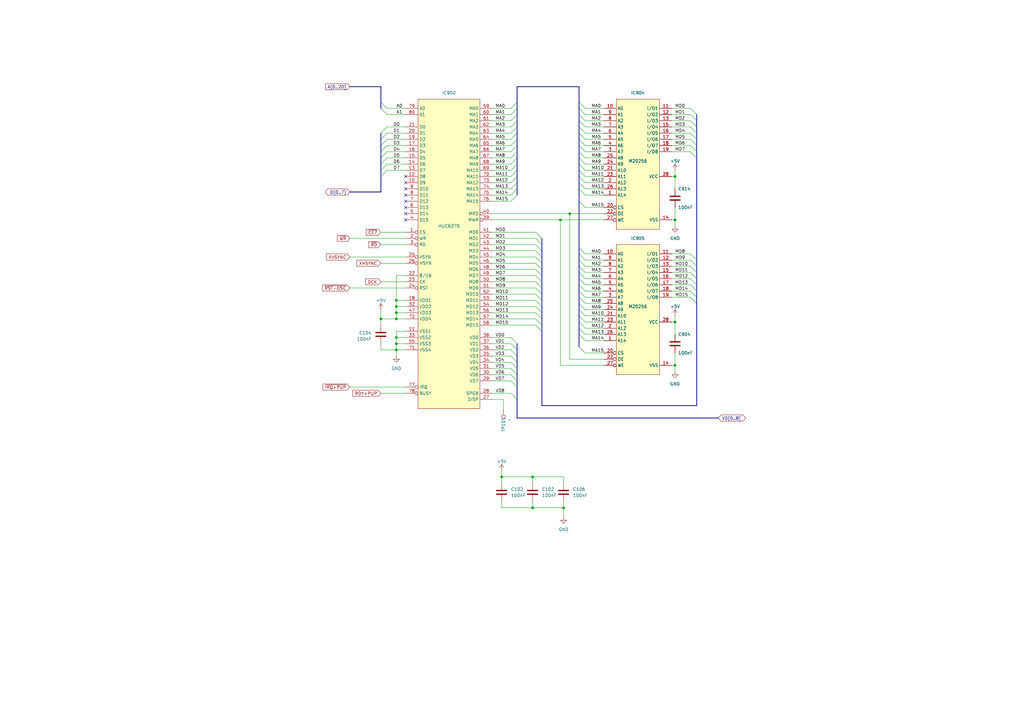
<source format=kicad_sch>
(kicad_sch (version 20230121) (generator eeschema)
  (paper "A3")
  (title_block (title "PC Engine Duo Video Display Controller and VRAM") (date "2023-11-10") (rev "1.3.1") (company "By Cosam") (comment 1 "https://github.com/Board-Folk/PC-Engine-Duo") (comment 2 "For contributions or corrections please visit:") (comment 3 "Additional parts reverse engineered from original PWA-3285-A 72932851 board.") (comment 4 "Parts common to PC Engine adapted from TurboGrafx-16 schematics."))
  (lib_symbols
    (symbol "Connector:TestPoint" (pin_numbers hide) (pin_names (offset 0.762) hide)
      (property "Reference" "TP" (at 0 6.858 0))
      (property "Value" "TestPoint" (at 0 5.08 0))
      (symbol "TestPoint_0_1"
        (circle (center 0 3.302) (radius 0.762))
      )
      (symbol "TestPoint_1_1"
        (pin passive line (at 0 0 90) (length 2.54) (name "1") (number "1"))
      )
    )
    (symbol "Device:C" (pin_numbers hide) (pin_names (offset 0.254))
      (property "Reference" "C" (at 0.635 2.54 0))
      (property "Value" "C" (at 0.635 -2.54 0))
      (symbol "C_0_1"
        (polyline (pts (xy -2.032 -0.762) (xy 2.032 -0.762)) (stroke (width 0.508)))
        (polyline (pts (xy -2.032 0.762) (xy 2.032 0.762)) (stroke (width 0.508)))
      )
      (symbol "C_1_1"
        (pin passive line (at 0 3.81 270) (length 2.794) (name "~") (number "1"))
        (pin passive line (at 0 -3.81 90) (length 2.794) (name "~") (number "2"))
      )
    )
    (symbol "PC-Engine:Hu6270"
      (property "Reference" "IC" (at 0 62.23 0))
      (symbol "Hu6270_1_1"
        (rectangle (start -12.7 59.69) (end 12.7 -67.31) (fill (type background)))
        (pin input inverted (at -17.78 5.08 0) (length 5.08) (name "CS") (number "1"))
        (pin bidirectional line (at -17.78 25.4 0) (length 5.08) (name "D9") (number "10"))
        (pin input line (at -17.78 -35.56 0) (length 5.08) (name "VSS1") (number "11"))
        (pin bidirectional line (at -17.78 27.94 0) (length 5.08) (name "D8") (number "12"))
        (pin bidirectional line (at -17.78 30.48 0) (length 5.08) (name "D7") (number "13"))
        (pin bidirectional line (at -17.78 33.02 0) (length 5.08) (name "D6") (number "14"))
        (pin bidirectional line (at -17.78 35.56 0) (length 5.08) (name "D5") (number "15"))
        (pin bidirectional line (at -17.78 38.1 0) (length 5.08) (name "D4") (number "16"))
        (pin bidirectional line (at -17.78 40.64 0) (length 5.08) (name "D3") (number "17"))
        (pin power_in line (at -17.78 -22.86 0) (length 5.08) (name "VDD1") (number "18"))
        (pin bidirectional line (at -17.78 43.18 0) (length 5.08) (name "D2") (number "19"))
        (pin input inverted (at -17.78 2.54 0) (length 5.08) (name "WR") (number "2"))
        (pin bidirectional line (at -17.78 45.72 0) (length 5.08) (name "D1") (number "20"))
        (pin bidirectional line (at -17.78 48.26 0) (length 5.08) (name "D0") (number "21"))
        (pin input line (at -17.78 -12.7 0) (length 5.08) (name "8/16") (number "22"))
        (pin input line (at -17.78 -15.24 0) (length 5.08) (name "CK") (number "23"))
        (pin input inverted (at -17.78 -17.78 0) (length 5.08) (name "RST") (number "24"))
        (pin input inverted (at -17.78 -5.08 0) (length 5.08) (name "VSYN") (number "25"))
        (pin input inverted (at -17.78 -7.62 0) (length 5.08) (name "HSYN") (number "26"))
        (pin output line (at 17.78 -63.5 180) (length 5.08) (name "DISP") (number "27"))
        (pin output line (at 17.78 -60.96 180) (length 5.08) (name "SPGB") (number "28"))
        (pin bidirectional line (at 17.78 -55.88 180) (length 5.08) (name "VD7") (number "29"))
        (pin input inverted (at -17.78 0 0) (length 5.08) (name "RD") (number "3"))
        (pin bidirectional line (at 17.78 -53.34 180) (length 5.08) (name "VD6") (number "30"))
        (pin bidirectional line (at 17.78 -50.8 180) (length 5.08) (name "VD5") (number "31"))
        (pin power_in line (at -17.78 -25.4 0) (length 5.08) (name "VDD2") (number "32"))
        (pin input line (at -17.78 -38.1 0) (length 5.08) (name "VSS2") (number "33"))
        (pin bidirectional line (at 17.78 -48.26 180) (length 5.08) (name "VD4") (number "34"))
        (pin bidirectional line (at 17.78 -45.72 180) (length 5.08) (name "VD3") (number "35"))
        (pin bidirectional line (at 17.78 -43.18 180) (length 5.08) (name "VD2") (number "36"))
        (pin bidirectional line (at 17.78 -40.64 180) (length 5.08) (name "VD1") (number "37"))
        (pin bidirectional line (at 17.78 -38.1 180) (length 5.08) (name "VD0") (number "38"))
        (pin output inverted (at 17.78 10.16 180) (length 5.08) (name "MWR") (number "39"))
        (pin bidirectional line (at -17.78 10.16 0) (length 5.08) (name "D15") (number "4"))
        (pin output inverted (at 17.78 12.7 180) (length 5.08) (name "MRD") (number "40"))
        (pin bidirectional line (at 17.78 5.08 180) (length 5.08) (name "MD0") (number "41"))
        (pin bidirectional line (at 17.78 2.54 180) (length 5.08) (name "MD1") (number "42"))
        (pin bidirectional line (at 17.78 0 180) (length 5.08) (name "MD2") (number "43"))
        (pin bidirectional line (at 17.78 -2.54 180) (length 5.08) (name "MD3") (number "44"))
        (pin bidirectional line (at 17.78 -5.08 180) (length 5.08) (name "MD4") (number "45"))
        (pin bidirectional line (at 17.78 -7.62 180) (length 5.08) (name "MD5") (number "46"))
        (pin power_in line (at -17.78 -27.94 0) (length 5.08) (name "VDD3") (number "47"))
        (pin bidirectional line (at 17.78 -10.16 180) (length 5.08) (name "MD6") (number "48"))
        (pin bidirectional line (at 17.78 -12.7 180) (length 5.08) (name "MD7") (number "49"))
        (pin bidirectional line (at -17.78 12.7 0) (length 5.08) (name "D14") (number "5"))
        (pin bidirectional line (at 17.78 -15.24 180) (length 5.08) (name "MD8") (number "50"))
        (pin bidirectional line (at 17.78 -17.78 180) (length 5.08) (name "MD9") (number "51"))
        (pin bidirectional line (at 17.78 -20.32 180) (length 5.08) (name "MD10") (number "52"))
        (pin bidirectional line (at 17.78 -22.86 180) (length 5.08) (name "MD11") (number "53"))
        (pin bidirectional line (at 17.78 -25.4 180) (length 5.08) (name "MD12") (number "54"))
        (pin input line (at -17.78 -40.64 0) (length 5.08) (name "VSS3") (number "55"))
        (pin bidirectional line (at 17.78 -27.94 180) (length 5.08) (name "MD13") (number "56"))
        (pin bidirectional line (at 17.78 -30.48 180) (length 5.08) (name "MD14") (number "57"))
        (pin bidirectional line (at 17.78 -33.02 180) (length 5.08) (name "MD15") (number "58"))
        (pin output line (at 17.78 55.88 180) (length 5.08) (name "MA0") (number "59"))
        (pin bidirectional line (at -17.78 15.24 0) (length 5.08) (name "D13") (number "6"))
        (pin output line (at 17.78 53.34 180) (length 5.08) (name "MA1") (number "60"))
        (pin output line (at 17.78 50.8 180) (length 5.08) (name "MA2") (number "61"))
        (pin output line (at 17.78 48.26 180) (length 5.08) (name "MA3") (number "62"))
        (pin output line (at 17.78 45.72 180) (length 5.08) (name "MA4") (number "63"))
        (pin output line (at 17.78 43.18 180) (length 5.08) (name "MA5") (number "64"))
        (pin output line (at 17.78 40.64 180) (length 5.08) (name "MA6") (number "65"))
        (pin output line (at 17.78 38.1 180) (length 5.08) (name "MA7") (number "66"))
        (pin output line (at 17.78 35.56 180) (length 5.08) (name "MA8") (number "67"))
        (pin output line (at 17.78 33.02 180) (length 5.08) (name "MA9") (number "68"))
        (pin output line (at 17.78 30.48 180) (length 5.08) (name "MA10") (number "69"))
        (pin bidirectional line (at -17.78 17.78 0) (length 5.08) (name "D12") (number "7"))
        (pin output line (at 17.78 27.94 180) (length 5.08) (name "MA11") (number "70"))
        (pin input line (at -17.78 -43.18 0) (length 5.08) (name "VSS4") (number "71"))
        (pin power_in line (at -17.78 -30.48 0) (length 5.08) (name "VDD4") (number "72"))
        (pin output line (at 17.78 25.4 180) (length 5.08) (name "MA12") (number "73"))
        (pin output line (at 17.78 22.86 180) (length 5.08) (name "MA13") (number "74"))
        (pin output line (at 17.78 20.32 180) (length 5.08) (name "MA14") (number "75"))
        (pin output line (at 17.78 17.78 180) (length 5.08) (name "MA15") (number "76"))
        (pin input inverted (at -17.78 -58.42 0) (length 5.08) (name "IRQ") (number "77"))
        (pin input inverted (at -17.78 -60.96 0) (length 5.08) (name "BUSY") (number "78"))
        (pin input line (at -17.78 55.88 0) (length 5.08) (name "A0") (number "79"))
        (pin bidirectional line (at -17.78 20.32 0) (length 5.08) (name "D11") (number "8"))
        (pin input line (at -17.78 53.34 0) (length 5.08) (name "A1") (number "80"))
        (pin bidirectional line (at -17.78 22.86 0) (length 5.08) (name "D10") (number "9"))
      )
    )
    (symbol "PC-Engine:M20256"
      (property "Reference" "IC" (at 0 0 0))
      (symbol "M20256_1_1"
        (rectangle (start -8.89 -2.54) (end 8.89 -55.88) (fill (type background)))
        (pin input line (at -13.97 -41.91 0) (length 5.08) (name "A14") (number "1"))
        (pin input line (at -13.97 -6.35 0) (length 5.08) (name "A0") (number "10"))
        (pin bidirectional line (at 13.97 -6.35 180) (length 5.08) (name "I/O1") (number "11"))
        (pin bidirectional line (at 13.97 -8.89 180) (length 5.08) (name "I/O2") (number "12"))
        (pin bidirectional line (at 13.97 -11.43 180) (length 5.08) (name "I/O3") (number "13"))
        (pin power_in line (at 13.97 -52.07 180) (length 5.08) (name "VSS") (number "14"))
        (pin bidirectional line (at 13.97 -13.97 180) (length 5.08) (name "I/O4") (number "15"))
        (pin bidirectional line (at 13.97 -16.51 180) (length 5.08) (name "I/O5") (number "16"))
        (pin bidirectional line (at 13.97 -19.05 180) (length 5.08) (name "I/O6") (number "17"))
        (pin bidirectional line (at 13.97 -21.59 180) (length 5.08) (name "I/O7") (number "18"))
        (pin bidirectional line (at 13.97 -24.13 180) (length 5.08) (name "I/O8") (number "19"))
        (pin input line (at -13.97 -36.83 0) (length 5.08) (name "A12") (number "2"))
        (pin input inverted (at -13.97 -46.99 0) (length 5.08) (name "CS") (number "20"))
        (pin input line (at -13.97 -31.75 0) (length 5.08) (name "A10") (number "21"))
        (pin input inverted (at -13.97 -49.53 0) (length 5.08) (name "OE") (number "22"))
        (pin input line (at -13.97 -34.29 0) (length 5.08) (name "A11") (number "23"))
        (pin input line (at -13.97 -29.21 0) (length 5.08) (name "A9") (number "24"))
        (pin input line (at -13.97 -26.67 0) (length 5.08) (name "A8") (number "25"))
        (pin input line (at -13.97 -39.37 0) (length 5.08) (name "A13") (number "26"))
        (pin input inverted (at -13.97 -52.07 0) (length 5.08) (name "WE") (number "27"))
        (pin power_in line (at 13.97 -34.29 180) (length 5.08) (name "VCC") (number "28"))
        (pin input line (at -13.97 -24.13 0) (length 5.08) (name "A7") (number "3"))
        (pin input line (at -13.97 -21.59 0) (length 5.08) (name "A6") (number "4"))
        (pin input line (at -13.97 -19.05 0) (length 5.08) (name "A5") (number "5"))
        (pin input line (at -13.97 -16.51 0) (length 5.08) (name "A4") (number "6"))
        (pin input line (at -13.97 -13.97 0) (length 5.08) (name "A3") (number "7"))
        (pin input line (at -13.97 -11.43 0) (length 5.08) (name "A2") (number "8"))
        (pin input line (at -13.97 -8.89 0) (length 5.08) (name "A1") (number "9"))
      )
    )
    (symbol "power:+5V" (power) (pin_names (offset 0))
      (property "Value" "+5V" (at 0 3.556 0))
      (symbol "+5V_0_1"
        (polyline (pts (xy -0.762 1.27) (xy 0 2.54)))
        (polyline (pts (xy 0 0) (xy 0 2.54)))
        (polyline (pts (xy 0 2.54) (xy 0.762 1.27)))
      )
      (symbol "+5V_1_1"
        (pin power_in line (at 0 0 90) (length 0) hide (name "+5V") (number "1"))
      )
    )
    (symbol "power:GND" (power) (pin_names (offset 0))
      (property "Value" "GND" (at 0 -3.81 0))
      (symbol "GND_0_1"
        (polyline (pts (xy 0 0) (xy 0 -1.27) (xy 1.27 -1.27) (xy 0 -2.54) (xy -1.27 -1.27) (xy 0 -1.27)))
      )
      (symbol "GND_1_1"
        (pin power_in line (at 0 0 270) (length 0) hide (name "GND") (number "1"))
      )
    )
  )
  (junction (at 218.44 195.58))
  (junction (at 162.56 140.97))
  (junction (at 218.44 208.28))
  (junction (at 229.87 90.17))
  (junction (at 276.86 90.17))
  (junction (at 276.86 149.86))
  (junction (at 162.56 128.27))
  (junction (at 162.56 143.51))
  (junction (at 162.56 123.19))
  (junction (at 156.21 130.81))
  (junction (at 162.56 130.81))
  (junction (at 276.86 72.39))
  (junction (at 233.68 87.63))
  (junction (at 231.14 208.28))
  (junction (at 205.74 195.58))
  (junction (at 162.56 125.73))
  (junction (at 276.86 132.08))
  (junction (at 162.56 138.43))
  (no_connect (at 166.37 82.55))
  (no_connect (at 166.37 74.93))
  (no_connect (at 166.37 87.63))
  (no_connect (at 166.37 80.01))
  (no_connect (at 166.37 85.09))
  (no_connect (at 166.37 72.39))
  (no_connect (at 166.37 77.47))
  (no_connect (at 166.37 90.17))
  (bus_entry (at 209.55 151.13) (size 2.54 2.54))
  (bus_entry (at 209.55 44.45) (size 2.54 -2.54))
  (bus_entry (at 209.55 54.61) (size 2.54 -2.54))
  (bus_entry (at 283.21 116.84) (size 2.54 2.54))
  (bus_entry (at 209.55 77.47) (size 2.54 -2.54))
  (bus_entry (at 240.03 52.07) (size -2.54 -2.54))
  (bus_entry (at 209.55 153.67) (size 2.54 2.54))
  (bus_entry (at 240.03 46.99) (size -2.54 -2.54))
  (bus_entry (at 219.71 97.79) (size 2.54 2.54))
  (bus_entry (at 283.21 109.22) (size 2.54 2.54))
  (bus_entry (at 240.03 59.69) (size -2.54 -2.54))
  (bus_entry (at 283.21 62.23) (size 2.54 2.54))
  (bus_entry (at 240.03 72.39) (size -2.54 -2.54))
  (bus_entry (at 240.03 129.54) (size -2.54 -2.54))
  (bus_entry (at 158.75 59.69) (size -2.54 2.54))
  (bus_entry (at 158.75 52.07) (size -2.54 2.54))
  (bus_entry (at 219.71 128.27) (size 2.54 2.54))
  (bus_entry (at 240.03 67.31) (size -2.54 -2.54))
  (bus_entry (at 240.03 134.62) (size -2.54 -2.54))
  (bus_entry (at 219.71 115.57) (size 2.54 2.54))
  (bus_entry (at 240.03 49.53) (size -2.54 -2.54))
  (bus_entry (at 283.21 111.76) (size 2.54 2.54))
  (bus_entry (at 240.03 54.61) (size -2.54 -2.54))
  (bus_entry (at 240.03 109.22) (size -2.54 -2.54))
  (bus_entry (at 209.55 49.53) (size 2.54 -2.54))
  (bus_entry (at 158.75 54.61) (size -2.54 2.54))
  (bus_entry (at 240.03 137.16) (size -2.54 -2.54))
  (bus_entry (at 283.21 104.14) (size 2.54 2.54))
  (bus_entry (at 219.71 130.81) (size 2.54 2.54))
  (bus_entry (at 240.03 121.92) (size -2.54 -2.54))
  (bus_entry (at 209.55 62.23) (size 2.54 -2.54))
  (bus_entry (at 209.55 52.07) (size 2.54 -2.54))
  (bus_entry (at 283.21 54.61) (size 2.54 2.54))
  (bus_entry (at 240.03 119.38) (size -2.54 -2.54))
  (bus_entry (at 283.21 44.45) (size 2.54 2.54))
  (bus_entry (at 240.03 85.09) (size -2.54 -2.54))
  (bus_entry (at 158.75 62.23) (size -2.54 2.54))
  (bus_entry (at 158.75 69.85) (size -2.54 2.54))
  (bus_entry (at 209.55 72.39) (size 2.54 -2.54))
  (bus_entry (at 209.55 74.93) (size 2.54 -2.54))
  (bus_entry (at 219.71 125.73) (size 2.54 2.54))
  (bus_entry (at 240.03 74.93) (size -2.54 -2.54))
  (bus_entry (at 283.21 52.07) (size 2.54 2.54))
  (bus_entry (at 219.71 105.41) (size 2.54 2.54))
  (bus_entry (at 219.71 102.87) (size 2.54 2.54))
  (bus_entry (at 240.03 139.7) (size -2.54 -2.54))
  (bus_entry (at 240.03 132.08) (size -2.54 -2.54))
  (bus_entry (at 240.03 69.85) (size -2.54 -2.54))
  (bus_entry (at 283.21 57.15) (size 2.54 2.54))
  (bus_entry (at 209.55 161.29) (size 2.54 2.54))
  (bus_entry (at 158.75 67.31) (size -2.54 2.54))
  (bus_entry (at 219.71 133.35) (size 2.54 2.54))
  (bus_entry (at 209.55 140.97) (size 2.54 2.54))
  (bus_entry (at 209.55 148.59) (size 2.54 2.54))
  (bus_entry (at 209.55 46.99) (size 2.54 -2.54))
  (bus_entry (at 219.71 123.19) (size 2.54 2.54))
  (bus_entry (at 240.03 144.78) (size -2.54 -2.54))
  (bus_entry (at 240.03 57.15) (size -2.54 -2.54))
  (bus_entry (at 158.75 57.15) (size -2.54 2.54))
  (bus_entry (at 240.03 106.68) (size -2.54 -2.54))
  (bus_entry (at 209.55 69.85) (size 2.54 -2.54))
  (bus_entry (at 219.71 95.25) (size 2.54 2.54))
  (bus_entry (at 219.71 110.49) (size 2.54 2.54))
  (bus_entry (at 158.75 64.77) (size -2.54 2.54))
  (bus_entry (at 240.03 127) (size -2.54 -2.54))
  (bus_entry (at 283.21 59.69) (size 2.54 2.54))
  (bus_entry (at 209.55 59.69) (size 2.54 -2.54))
  (bus_entry (at 283.21 46.99) (size 2.54 2.54))
  (bus_entry (at 283.21 106.68) (size 2.54 2.54))
  (bus_entry (at 240.03 80.01) (size -2.54 -2.54))
  (bus_entry (at 240.03 77.47) (size -2.54 -2.54))
  (bus_entry (at 219.71 118.11) (size 2.54 2.54))
  (bus_entry (at 209.55 64.77) (size 2.54 -2.54))
  (bus_entry (at 219.71 113.03) (size 2.54 2.54))
  (bus_entry (at 209.55 67.31) (size 2.54 -2.54))
  (bus_entry (at 209.55 138.43) (size 2.54 2.54))
  (bus_entry (at 209.55 82.55) (size 2.54 -2.54))
  (bus_entry (at 240.03 104.14) (size -2.54 -2.54))
  (bus_entry (at 240.03 114.3) (size -2.54 -2.54))
  (bus_entry (at 283.21 49.53) (size 2.54 2.54))
  (bus_entry (at 240.03 62.23) (size -2.54 -2.54))
  (bus_entry (at 156.21 44.45) (size 2.54 2.54))
  (bus_entry (at 219.71 120.65) (size 2.54 2.54))
  (bus_entry (at 240.03 124.46) (size -2.54 -2.54))
  (bus_entry (at 240.03 44.45) (size -2.54 -2.54))
  (bus_entry (at 209.55 156.21) (size 2.54 2.54))
  (bus_entry (at 219.71 100.33) (size 2.54 2.54))
  (bus_entry (at 240.03 116.84) (size -2.54 -2.54))
  (bus_entry (at 209.55 143.51) (size 2.54 2.54))
  (bus_entry (at 209.55 57.15) (size 2.54 -2.54))
  (bus_entry (at 219.71 107.95) (size 2.54 2.54))
  (bus_entry (at 209.55 146.05) (size 2.54 2.54))
  (bus_entry (at 156.21 41.91) (size 2.54 2.54))
  (bus_entry (at 209.55 80.01) (size 2.54 -2.54))
  (bus_entry (at 240.03 111.76) (size -2.54 -2.54))
  (bus_entry (at 283.21 114.3) (size 2.54 2.54))
  (bus_entry (at 283.21 121.92) (size 2.54 2.54))
  (bus_entry (at 240.03 64.77) (size -2.54 -2.54))
  (bus_entry (at 283.21 119.38) (size 2.54 2.54))
  (bus (pts (xy 237.49 137.16) (xy 237.49 142.24)))
  (bus (pts (xy 156.21 59.69) (xy 156.21 62.23)))
  (bus (pts (xy 237.49 127) (xy 237.49 124.46)))
  (bus (pts (xy 156.21 69.85) (xy 156.21 72.39)))
  (wire (pts (xy 209.55 148.59) (xy 201.93 148.59)))
  (wire (pts (xy 283.21 62.23) (xy 275.59 62.23)))
  (wire (pts (xy 209.55 49.53) (xy 201.93 49.53)))
  (wire (pts (xy 247.65 127) (xy 240.03 127)))
  (wire (pts (xy 209.55 54.61) (xy 201.93 54.61)))
  (bus (pts (xy 237.49 64.77) (xy 237.49 62.23)))
  (wire (pts (xy 218.44 208.28) (xy 218.44 205.74)))
  (bus (pts (xy 156.21 35.56) (xy 156.21 41.91)))
  (wire (pts (xy 162.56 135.89) (xy 162.56 138.43)))
  (wire (pts (xy 162.56 113.03) (xy 166.37 113.03)))
  (wire (pts (xy 156.21 161.29) (xy 166.37 161.29)))
  (wire (pts (xy 247.65 111.76) (xy 240.03 111.76)))
  (bus (pts (xy 156.21 41.91) (xy 156.21 44.45)))
  (wire (pts (xy 219.71 97.79) (xy 201.93 97.79)))
  (wire (pts (xy 219.71 113.03) (xy 201.93 113.03)))
  (wire (pts (xy 162.56 140.97) (xy 166.37 140.97)))
  (wire (pts (xy 209.55 67.31) (xy 201.93 67.31)))
  (bus (pts (xy 156.21 54.61) (xy 156.21 57.15)))
  (bus (pts (xy 222.25 123.19) (xy 222.25 125.73)))
  (wire (pts (xy 247.65 44.45) (xy 240.03 44.45)))
  (bus (pts (xy 237.49 121.92) (xy 237.49 119.38)))
  (wire (pts (xy 209.55 143.51) (xy 201.93 143.51)))
  (wire (pts (xy 201.93 163.83) (xy 206.502 163.83)))
  (bus (pts (xy 237.49 114.3) (xy 237.49 111.76)))
  (wire (pts (xy 166.37 54.61) (xy 158.75 54.61)))
  (wire (pts (xy 283.21 109.22) (xy 275.59 109.22)))
  (bus (pts (xy 222.25 100.33) (xy 222.25 102.87)))
  (wire (pts (xy 156.21 107.95) (xy 166.37 107.95)))
  (wire (pts (xy 209.55 140.97) (xy 201.93 140.97)))
  (wire (pts (xy 219.71 95.25) (xy 201.93 95.25)))
  (bus (pts (xy 156.21 57.15) (xy 156.21 59.69)))
  (wire (pts (xy 283.21 49.53) (xy 275.59 49.53)))
  (wire (pts (xy 162.56 138.43) (xy 166.37 138.43)))
  (bus (pts (xy 222.25 110.49) (xy 222.25 113.03)))
  (wire (pts (xy 201.93 115.57) (xy 219.71 115.57)))
  (wire (pts (xy 276.86 132.08) (xy 276.86 137.16)))
  (wire (pts (xy 276.86 129.54) (xy 276.86 132.08)))
  (bus (pts (xy 237.49 116.84) (xy 237.49 114.3)))
  (bus (pts (xy 285.75 59.69) (xy 285.75 62.23)))
  (bus (pts (xy 237.49 69.85) (xy 237.49 67.31)))
  (wire (pts (xy 247.65 59.69) (xy 240.03 59.69)))
  (wire (pts (xy 209.55 82.55) (xy 201.93 82.55)))
  (wire (pts (xy 209.55 72.39) (xy 201.93 72.39)))
  (wire (pts (xy 247.65 139.7) (xy 240.03 139.7)))
  (bus (pts (xy 212.09 59.69) (xy 212.09 57.15)))
  (wire (pts (xy 166.37 130.81) (xy 162.56 130.81)))
  (bus (pts (xy 212.09 35.56) (xy 212.09 41.91)))
  (wire (pts (xy 247.65 52.07) (xy 240.03 52.07)))
  (bus (pts (xy 237.49 59.69) (xy 237.49 57.15)))
  (wire (pts (xy 275.59 72.39) (xy 276.86 72.39)))
  (wire (pts (xy 206.502 163.83) (xy 206.502 167.64)))
  (wire (pts (xy 229.87 149.86) (xy 247.65 149.86)))
  (wire (pts (xy 162.56 143.51) (xy 156.21 143.51)))
  (wire (pts (xy 209.55 138.43) (xy 201.93 138.43)))
  (bus (pts (xy 212.09 143.51) (xy 212.09 146.05)))
  (bus (pts (xy 285.75 54.61) (xy 285.75 57.15)))
  (wire (pts (xy 156.21 115.57) (xy 166.37 115.57)))
  (bus (pts (xy 237.49 74.93) (xy 237.49 72.39)))
  (wire (pts (xy 247.65 116.84) (xy 240.03 116.84)))
  (wire (pts (xy 218.44 208.28) (xy 205.74 208.28)))
  (bus (pts (xy 212.09 163.83) (xy 212.09 171.45)))
  (wire (pts (xy 247.65 54.61) (xy 240.03 54.61)))
  (bus (pts (xy 237.49 44.45) (xy 237.49 41.91)))
  (wire (pts (xy 283.21 57.15) (xy 275.59 57.15)))
  (wire (pts (xy 276.86 149.86) (xy 276.86 152.4)))
  (bus (pts (xy 212.09 140.97) (xy 212.09 143.51)))
  (bus (pts (xy 285.75 124.46) (xy 285.75 166.37)))
  (wire (pts (xy 233.68 147.32) (xy 233.68 87.63)))
  (wire (pts (xy 166.37 125.73) (xy 162.56 125.73)))
  (bus (pts (xy 212.09 156.21) (xy 212.09 158.75)))
  (wire (pts (xy 247.65 67.31) (xy 240.03 67.31)))
  (bus (pts (xy 212.09 148.59) (xy 212.09 151.13)))
  (wire (pts (xy 247.65 74.93) (xy 240.03 74.93)))
  (bus (pts (xy 212.09 72.39) (xy 212.09 69.85)))
  (bus (pts (xy 285.75 62.23) (xy 285.75 64.77)))
  (bus (pts (xy 212.09 171.45) (xy 294.64 171.45)))
  (bus (pts (xy 285.75 116.84) (xy 285.75 119.38)))
  (bus (pts (xy 222.25 133.35) (xy 222.25 135.89)))
  (wire (pts (xy 158.75 46.99) (xy 166.37 46.99)))
  (bus (pts (xy 222.25 97.79) (xy 222.25 100.33)))
  (wire (pts (xy 276.86 72.39) (xy 276.86 77.47)))
  (bus (pts (xy 222.25 113.03) (xy 222.25 115.57)))
  (bus (pts (xy 222.25 120.65) (xy 222.25 123.19)))
  (wire (pts (xy 209.55 46.99) (xy 201.93 46.99)))
  (wire (pts (xy 162.56 143.51) (xy 166.37 143.51)))
  (wire (pts (xy 162.56 128.27) (xy 162.56 125.73)))
  (wire (pts (xy 162.56 140.97) (xy 162.56 143.51)))
  (wire (pts (xy 209.55 161.29) (xy 201.93 161.29)))
  (wire (pts (xy 283.21 46.99) (xy 275.59 46.99)))
  (wire (pts (xy 166.37 57.15) (xy 158.75 57.15)))
  (bus (pts (xy 212.09 54.61) (xy 212.09 52.07)))
  (wire (pts (xy 209.55 146.05) (xy 201.93 146.05)))
  (wire (pts (xy 231.14 208.28) (xy 231.14 205.74)))
  (wire (pts (xy 283.21 119.38) (xy 275.59 119.38)))
  (wire (pts (xy 162.56 130.81) (xy 156.21 130.81)))
  (wire (pts (xy 201.93 90.17) (xy 229.87 90.17)))
  (bus (pts (xy 212.09 64.77) (xy 212.09 62.23)))
  (bus (pts (xy 212.09 59.69) (xy 212.09 62.23)))
  (bus (pts (xy 237.49 35.56) (xy 237.49 41.91)))
  (wire (pts (xy 247.65 106.68) (xy 240.03 106.68)))
  (bus (pts (xy 143.51 35.56) (xy 156.21 35.56)))
  (wire (pts (xy 283.21 106.68) (xy 275.59 106.68)))
  (bus (pts (xy 222.25 107.95) (xy 222.25 110.49)))
  (wire (pts (xy 247.65 85.09) (xy 240.03 85.09)))
  (bus (pts (xy 237.49 72.39) (xy 237.49 69.85)))
  (bus (pts (xy 285.75 49.53) (xy 285.75 52.07)))
  (wire (pts (xy 275.59 90.17) (xy 276.86 90.17)))
  (bus (pts (xy 212.09 67.31) (xy 212.09 64.77)))
  (bus (pts (xy 237.49 119.38) (xy 237.49 116.84)))
  (wire (pts (xy 247.65 72.39) (xy 240.03 72.39)))
  (wire (pts (xy 283.21 104.14) (xy 275.59 104.14)))
  (wire (pts (xy 247.65 132.08) (xy 240.03 132.08)))
  (wire (pts (xy 209.55 59.69) (xy 201.93 59.69)))
  (wire (pts (xy 247.65 104.14) (xy 240.03 104.14)))
  (wire (pts (xy 275.59 132.08) (xy 276.86 132.08)))
  (wire (pts (xy 201.93 128.27) (xy 219.71 128.27)))
  (bus (pts (xy 222.25 118.11) (xy 222.25 120.65)))
  (wire (pts (xy 201.93 130.81) (xy 219.71 130.81)))
  (wire (pts (xy 201.93 120.65) (xy 219.71 120.65)))
  (wire (pts (xy 229.87 90.17) (xy 229.87 149.86)))
  (wire (pts (xy 209.55 62.23) (xy 201.93 62.23)))
  (bus (pts (xy 212.09 146.05) (xy 212.09 148.59)))
  (bus (pts (xy 237.49 104.14) (xy 237.49 101.6)))
  (wire (pts (xy 162.56 130.81) (xy 162.56 128.27)))
  (wire (pts (xy 166.37 69.85) (xy 158.75 69.85)))
  (wire (pts (xy 283.21 121.92) (xy 275.59 121.92)))
  (wire (pts (xy 283.21 114.3) (xy 275.59 114.3)))
  (wire (pts (xy 162.56 138.43) (xy 162.56 140.97)))
  (bus (pts (xy 237.49 54.61) (xy 237.49 52.07)))
  (bus (pts (xy 156.21 72.39) (xy 156.21 78.74)))
  (bus (pts (xy 156.21 62.23) (xy 156.21 64.77)))
  (wire (pts (xy 143.51 105.41) (xy 166.37 105.41)))
  (bus (pts (xy 212.09 69.85) (xy 212.09 67.31)))
  (bus (pts (xy 237.49 109.22) (xy 237.49 106.68)))
  (bus (pts (xy 212.09 77.47) (xy 212.09 74.93)))
  (wire (pts (xy 233.68 87.63) (xy 247.65 87.63)))
  (bus (pts (xy 222.25 135.89) (xy 222.25 166.37)))
  (wire (pts (xy 276.86 90.17) (xy 276.86 92.71)))
  (wire (pts (xy 166.37 123.19) (xy 162.56 123.19)))
  (bus (pts (xy 212.09 74.93) (xy 212.09 72.39)))
  (bus (pts (xy 285.75 46.99) (xy 285.75 49.53)))
  (bus (pts (xy 222.25 115.57) (xy 222.25 118.11)))
  (wire (pts (xy 247.65 109.22) (xy 240.03 109.22)))
  (bus (pts (xy 237.49 132.08) (xy 237.49 129.54)))
  (wire (pts (xy 209.55 64.77) (xy 201.93 64.77)))
  (wire (pts (xy 156.21 100.33) (xy 166.37 100.33)))
  (bus (pts (xy 237.49 82.55) (xy 237.49 77.47)))
  (wire (pts (xy 209.55 74.93) (xy 201.93 74.93)))
  (wire (pts (xy 247.65 121.92) (xy 240.03 121.92)))
  (wire (pts (xy 231.14 208.28) (xy 218.44 208.28)))
  (bus (pts (xy 237.49 111.76) (xy 237.49 109.22)))
  (wire (pts (xy 156.21 130.81) (xy 156.21 133.35)))
  (wire (pts (xy 143.51 118.11) (xy 166.37 118.11)))
  (wire (pts (xy 219.71 105.41) (xy 201.93 105.41)))
  (wire (pts (xy 162.56 125.73) (xy 162.56 123.19)))
  (wire (pts (xy 201.93 123.19) (xy 219.71 123.19)))
  (wire (pts (xy 166.37 62.23) (xy 158.75 62.23)))
  (wire (pts (xy 201.93 125.73) (xy 219.71 125.73)))
  (bus (pts (xy 285.75 52.07) (xy 285.75 54.61)))
  (bus (pts (xy 285.75 64.77) (xy 285.75 106.68)))
  (bus (pts (xy 237.49 134.62) (xy 237.49 132.08)))
  (wire (pts (xy 219.71 100.33) (xy 201.93 100.33)))
  (wire (pts (xy 201.93 133.35) (xy 219.71 133.35)))
  (wire (pts (xy 209.55 80.01) (xy 201.93 80.01)))
  (wire (pts (xy 156.21 95.25) (xy 166.37 95.25)))
  (bus (pts (xy 285.75 109.22) (xy 285.75 111.76)))
  (bus (pts (xy 156.21 67.31) (xy 156.21 69.85)))
  (bus (pts (xy 212.09 151.13) (xy 212.09 153.67)))
  (wire (pts (xy 205.74 198.12) (xy 205.74 195.58)))
  (bus (pts (xy 222.25 102.87) (xy 222.25 105.41)))
  (wire (pts (xy 156.21 130.81) (xy 156.21 127)))
  (bus (pts (xy 222.25 128.27) (xy 222.25 130.81)))
  (bus (pts (xy 212.09 52.07) (xy 212.09 49.53)))
  (bus (pts (xy 285.75 121.92) (xy 285.75 124.46)))
  (wire (pts (xy 209.55 77.47) (xy 201.93 77.47)))
  (wire (pts (xy 247.65 144.78) (xy 240.03 144.78)))
  (wire (pts (xy 162.56 143.51) (xy 162.56 146.05)))
  (wire (pts (xy 283.21 44.45) (xy 275.59 44.45)))
  (wire (pts (xy 201.93 87.63) (xy 233.68 87.63)))
  (bus (pts (xy 285.75 57.15) (xy 285.75 59.69)))
  (wire (pts (xy 158.75 44.45) (xy 166.37 44.45)))
  (wire (pts (xy 218.44 195.58) (xy 231.14 195.58)))
  (bus (pts (xy 212.09 158.75) (xy 212.09 163.83)))
  (wire (pts (xy 247.65 46.99) (xy 240.03 46.99)))
  (bus (pts (xy 237.49 62.23) (xy 237.49 59.69)))
  (wire (pts (xy 219.71 107.95) (xy 201.93 107.95)))
  (wire (pts (xy 283.21 111.76) (xy 275.59 111.76)))
  (bus (pts (xy 212.09 49.53) (xy 212.09 46.99)))
  (wire (pts (xy 205.74 195.58) (xy 218.44 195.58)))
  (wire (pts (xy 247.65 114.3) (xy 240.03 114.3)))
  (bus (pts (xy 285.75 119.38) (xy 285.75 121.92)))
  (wire (pts (xy 209.55 151.13) (xy 201.93 151.13)))
  (bus (pts (xy 237.49 77.47) (xy 237.49 74.93)))
  (bus (pts (xy 237.49 124.46) (xy 237.49 121.92)))
  (wire (pts (xy 166.37 59.69) (xy 158.75 59.69)))
  (bus (pts (xy 285.75 114.3) (xy 285.75 116.84)))
  (wire (pts (xy 247.65 119.38) (xy 240.03 119.38)))
  (wire (pts (xy 283.21 116.84) (xy 275.59 116.84)))
  (wire (pts (xy 209.55 44.45) (xy 201.93 44.45)))
  (wire (pts (xy 247.65 80.01) (xy 240.03 80.01)))
  (wire (pts (xy 209.55 52.07) (xy 201.93 52.07)))
  (bus (pts (xy 212.09 57.15) (xy 212.09 54.61)))
  (wire (pts (xy 283.21 52.07) (xy 275.59 52.07)))
  (wire (pts (xy 166.37 67.31) (xy 158.75 67.31)))
  (wire (pts (xy 247.65 134.62) (xy 240.03 134.62)))
  (bus (pts (xy 156.21 64.77) (xy 156.21 67.31)))
  (bus (pts (xy 285.75 106.68) (xy 285.75 109.22)))
  (wire (pts (xy 231.14 208.28) (xy 231.14 212.09)))
  (bus (pts (xy 222.25 130.81) (xy 222.25 133.35)))
  (bus (pts (xy 237.49 52.07) (xy 237.49 49.53)))
  (wire (pts (xy 247.65 69.85) (xy 240.03 69.85)))
  (bus (pts (xy 237.49 101.6) (xy 237.49 82.55)))
  (wire (pts (xy 143.51 158.75) (xy 166.37 158.75)))
  (bus (pts (xy 237.49 57.15) (xy 237.49 54.61)))
  (wire (pts (xy 247.65 137.16) (xy 240.03 137.16)))
  (bus (pts (xy 222.25 166.37) (xy 285.75 166.37)))
  (wire (pts (xy 209.55 156.21) (xy 201.93 156.21)))
  (wire (pts (xy 166.37 52.07) (xy 158.75 52.07)))
  (wire (pts (xy 276.86 90.17) (xy 276.86 85.09)))
  (wire (pts (xy 247.65 49.53) (xy 240.03 49.53)))
  (wire (pts (xy 229.87 90.17) (xy 247.65 90.17)))
  (wire (pts (xy 247.65 64.77) (xy 240.03 64.77)))
  (bus (pts (xy 212.09 46.99) (xy 212.09 44.45)))
  (bus (pts (xy 237.49 137.16) (xy 237.49 134.62)))
  (wire (pts (xy 209.55 57.15) (xy 201.93 57.15)))
  (wire (pts (xy 247.65 124.46) (xy 240.03 124.46)))
  (wire (pts (xy 166.37 128.27) (xy 162.56 128.27)))
  (wire (pts (xy 209.55 153.67) (xy 201.93 153.67)))
  (bus (pts (xy 212.09 80.01) (xy 212.09 77.47)))
  (wire (pts (xy 201.93 118.11) (xy 219.71 118.11)))
  (wire (pts (xy 283.21 54.61) (xy 275.59 54.61)))
  (bus (pts (xy 237.49 106.68) (xy 237.49 104.14)))
  (wire (pts (xy 143.51 97.79) (xy 166.37 97.79)))
  (bus (pts (xy 212.09 44.45) (xy 212.09 41.91)))
  (wire (pts (xy 276.86 149.86) (xy 276.86 144.78)))
  (bus (pts (xy 222.25 125.73) (xy 222.25 128.27)))
  (bus (pts (xy 212.09 153.67) (xy 212.09 156.21)))
  (bus (pts (xy 222.25 105.41) (xy 222.25 107.95)))
  (wire (pts (xy 209.55 69.85) (xy 201.93 69.85)))
  (wire (pts (xy 219.71 110.49) (xy 201.93 110.49)))
  (bus (pts (xy 237.49 35.56) (xy 212.09 35.56)))
  (bus (pts (xy 237.49 46.99) (xy 237.49 44.45)))
  (wire (pts (xy 276.86 69.85) (xy 276.86 72.39)))
  (bus (pts (xy 237.49 49.53) (xy 237.49 46.99)))
  (bus (pts (xy 237.49 129.54) (xy 237.49 127)))
  (wire (pts (xy 162.56 123.19) (xy 162.56 113.03)))
  (bus (pts (xy 285.75 111.76) (xy 285.75 114.3)))
  (wire (pts (xy 205.74 208.28) (xy 205.74 205.74)))
  (wire (pts (xy 166.37 135.89) (xy 162.56 135.89)))
  (bus (pts (xy 143.51 78.74) (xy 156.21 78.74)))
  (wire (pts (xy 218.44 195.58) (xy 218.44 198.12)))
  (wire (pts (xy 156.21 143.51) (xy 156.21 140.97)))
  (wire (pts (xy 219.71 102.87) (xy 201.93 102.87)))
  (wire (pts (xy 247.65 57.15) (xy 240.03 57.15)))
  (wire (pts (xy 231.14 195.58) (xy 231.14 198.12)))
  (wire (pts (xy 166.37 64.77) (xy 158.75 64.77)))
  (wire (pts (xy 283.21 59.69) (xy 275.59 59.69)))
  (wire (pts (xy 247.65 129.54) (xy 240.03 129.54)))
  (wire (pts (xy 247.65 62.23) (xy 240.03 62.23)))
  (wire (pts (xy 247.65 147.32) (xy 233.68 147.32)))
  (wire (pts (xy 205.74 193.04) (xy 205.74 195.58)))
  (wire (pts (xy 247.65 77.47) (xy 240.03 77.47)))
  (bus (pts (xy 237.49 67.31) (xy 237.49 64.77)))
  (wire (pts (xy 275.59 149.86) (xy 276.86 149.86)))
  (label "MA5" (at 242.57 57.15 0))
  (label "MD9" (at 203.2 118.11 0))
  (label "MA12" (at 242.57 134.62 0))
  (label "MA8" (at 203.2 64.77 0))
  (label "MA15" (at 242.57 144.78 0))
  (label "MA13" (at 203.2 77.47 0))
  (label "MA1" (at 242.57 46.99 0))
  (label "MD2" (at 203.2 100.33 0))
  (label "MA9" (at 203.2 67.31 0))
  (label "MA12" (at 242.57 74.93 0))
  (label "MD0" (at 203.2 95.25 0))
  (label "MA10" (at 242.57 69.85 0))
  (label "MA11" (at 242.57 72.39 0))
  (label "VD2" (at 203.2 143.51 0))
  (label "MD3" (at 276.86 52.07 0))
  (label "MA2" (at 242.57 49.53 0))
  (label "VD5" (at 203.2 151.13 0))
  (label "MD5" (at 203.2 107.95 0))
  (label "D6" (at 161.29 67.31 0))
  (label "MA10" (at 242.57 129.54 0))
  (label "MD0" (at 276.86 44.45 0))
  (label "MA14" (at 242.57 139.7 0))
  (label "MD1" (at 276.86 46.99 0))
  (label "D0" (at 161.29 52.07 0))
  (label "MD5" (at 276.86 57.15 0))
  (label "MA2" (at 242.57 109.22 0))
  (label "MA9" (at 242.57 127 0))
  (label "MD15" (at 276.86 121.92 0))
  (label "D7" (at 161.29 69.85 0))
  (label "MA0" (at 242.57 44.45 0))
  (label "MA7" (at 203.2 62.23 0))
  (label "MA5" (at 203.2 57.15 0))
  (label "MD14" (at 203.2 130.81 0))
  (label "D1" (at 161.29 54.61 0))
  (label "MD6" (at 203.2 110.49 0))
  (label "MD7" (at 203.2 113.03 0))
  (label "MD14" (at 276.86 119.38 0))
  (label "MD11" (at 276.86 111.76 0))
  (label "MA12" (at 203.2 74.93 0))
  (label "MA6" (at 203.2 59.69 0))
  (label "MD4" (at 276.86 54.61 0))
  (label "MA14" (at 242.57 80.01 0))
  (label "MA0" (at 242.57 104.14 0))
  (label "MD10" (at 276.86 109.22 0))
  (label "MD8" (at 276.86 104.14 0))
  (label "D3" (at 161.29 59.69 0))
  (label "MA7" (at 242.57 121.92 0))
  (label "D5" (at 161.29 64.77 0))
  (label "MD10" (at 203.2 120.65 0))
  (label "A1" (at 162.56 46.99 0))
  (label "MA0" (at 203.2 44.45 0))
  (label "MD7" (at 276.86 62.23 0))
  (label "MA11" (at 203.2 72.39 0))
  (label "VD8" (at 203.2 161.29 0))
  (label "MA11" (at 242.57 132.08 0))
  (label "MA15" (at 203.2 82.55 0))
  (label "MA1" (at 203.2 46.99 0))
  (label "MA6" (at 242.57 119.38 0))
  (label "MD2" (at 276.86 49.53 0))
  (label "VD3" (at 203.2 146.05 0))
  (label "MA9" (at 242.57 67.31 0))
  (label "MA3" (at 203.2 52.07 0))
  (label "MA14" (at 203.2 80.01 0))
  (label "MD12" (at 203.2 125.73 0))
  (label "MA15" (at 242.57 85.09 0))
  (label "MA4" (at 242.57 54.61 0))
  (label "MA4" (at 203.2 54.61 0))
  (label "MA13" (at 242.57 77.47 0))
  (label "MA4" (at 242.57 114.3 0))
  (label "MA3" (at 242.57 52.07 0))
  (label "MA6" (at 242.57 59.69 0))
  (label "VD7" (at 203.2 156.21 0))
  (label "MD6" (at 276.86 59.69 0))
  (label "MD3" (at 203.2 102.87 0))
  (label "MA7" (at 242.57 62.23 0))
  (label "MD12" (at 276.86 114.3 0))
  (label "MD13" (at 276.86 116.84 0))
  (label "MA5" (at 242.57 116.84 0))
  (label "MD1" (at 203.2 97.79 0))
  (label "VD1" (at 203.2 140.97 0))
  (label "D4" (at 161.29 62.23 0))
  (label "MA3" (at 242.57 111.76 0))
  (label "MA8" (at 242.57 124.46 0))
  (label "MA1" (at 242.57 106.68 0))
  (label "MD8" (at 203.2 115.57 0))
  (label "MA8" (at 242.57 64.77 0))
  (label "MD4" (at 203.2 105.41 0))
  (label "MD15" (at 203.2 133.35 0))
  (label "MA10" (at 203.2 69.85 0))
  (label "MA13" (at 242.57 137.16 0))
  (label "D2" (at 161.29 57.15 0))
  (label "MD13" (at 203.2 128.27 0))
  (label "VD0" (at 203.2 138.43 0))
  (label "VD6" (at 203.2 153.67 0))
  (label "MA2" (at 203.2 49.53 0))
  (label "MD9" (at 276.86 106.68 0))
  (label "MD11" (at 203.2 123.19 0))
  (label "VD4" (at 203.2 148.59 0))
  (label "A0" (at 162.56 44.45 0))
  (global_label "~{RST-OSC}" (shape input) (at 143.51 118.11 180) (property "Intersheetrefs" "${INTERSHEET_REFS}" (effects hide)))
  (global_label "VD[0..8]" (shape bidirectional) (at 294.64 171.45 0) (property "Intersheetrefs" "${INTERSHEET_REFS}" (effects hide)))
  (global_label "A[0..20]" (shape input) (at 143.51 35.56 180) (property "Intersheetrefs" "${INTERSHEET_REFS}" (effects hide)))
  (global_label "~{CE7}" (shape input) (at 156.21 95.25 180) (property "Intersheetrefs" "${INTERSHEET_REFS}" (effects hide)))
  (global_label "XHSYNC" (shape input) (at 156.21 107.95 180) (property "Intersheetrefs" "${INTERSHEET_REFS}" (effects hide)))
  (global_label "DCK" (shape input) (at 156.21 115.57 180) (property "Intersheetrefs" "${INTERSHEET_REFS}" (effects hide)))
  (global_label "~{RD}" (shape input) (at 156.21 100.33 180) (property "Intersheetrefs" "${INTERSHEET_REFS}" (effects hide)))
  (global_label "XVSYNC" (shape input) (at 143.51 105.41 180) (property "Intersheetrefs" "${INTERSHEET_REFS}" (effects hide)))
  (global_label "~{IRQ+PUP}" (shape input) (at 143.51 158.75 180) (property "Intersheetrefs" "${INTERSHEET_REFS}" (effects hide)))
  (global_label "~{WR}" (shape input) (at 143.51 97.79 180) (property "Intersheetrefs" "${INTERSHEET_REFS}" (effects hide)))
  (global_label "D[0..7]" (shape bidirectional) (at 143.51 78.74 180) (property "Intersheetrefs" "${INTERSHEET_REFS}" (effects hide)))
  (global_label "RDY+PUP" (shape input) (at 156.21 161.29 180) (property "Intersheetrefs" "${INTERSHEET_REFS}" (effects hide)))
  (symbol (lib_id "Device:C") (at 276.86 140.97 0) (unit 1)
    (property "Reference" "C904" (at 278.13 137.16 0) (effects (justify left)))
    (property "Value" "100nF" (at 278.13 144.78 0) (effects (justify left)))
    (property "Footprint" "A-PCENGINE:SMD_0805_Narrow" (effects hide))
  )
  (symbol (lib_id "PC-Engine:M20256") (at 261.62 97.79 0) (unit 1)
    (property "Reference" "IC905" (at 261.62 97.79 0))
    (property "Value" "M20256" (at 261.62 125.73 0))
    (property "Footprint" "A-PCENGINE:HSRM20256LM" (effects hide))
  )
  (symbol (lib_id "Connector:TestPoint") (at 206.502 167.64 180) (unit 1)
    (property "Reference" "TP101" (at 206.502 177.165 90) (effects (justify right)))
    (property "Value" "~" (at 208.407 172.212 0) (effects (justify right)))
    (property "Footprint" "A-PCENGINE:Test_Point_2mm_THT" (effects hide))
    (instances (project "PCE" (path "" (reference "TP101") (unit 1)) (path "" (reference "TP1") (unit 1))))
  )
  (symbol (lib_id "power:GND") (at 276.86 92.71 0) (unit 1)
    (property "Reference" "#PWR022" (effects hide))
    (property "Value" "GND" (at 276.86 97.79 0))
  )
  (symbol (lib_id "Device:C") (at 205.74 201.93 0) (unit 1)
    (property "Reference" "C102" (at 209.55 200.66 0) (effects (justify left)))
    (property "Value" "100nF" (at 209.55 203.2 0) (effects (justify left)))
    (property "Footprint" "A-PCENGINE:SMD_0805_Narrow" (effects hide))
    (instances (project "PCE" (path "" (reference "C102") (unit 1)) (path "" (reference "C912") (unit 1))))
  )
  (symbol (lib_id "power:+5V") (at 205.74 193.04 0) (unit 1)
    (property "Reference" "#PWR06" (effects hide))
    (property "Value" "+5V" (at 205.74 189.23 0))
    (instances (project "PCE" (path "" (reference "#PWR06") (unit 1)) (path "" (reference "#PWR016") (unit 1))))
  )
  (symbol (lib_id "Device:C") (at 276.86 81.28 0) (unit 1)
    (property "Reference" "C914" (at 278.13 77.47 0) (effects (justify left)))
    (property "Value" "100nF" (at 278.13 85.09 0) (effects (justify left)))
    (property "Footprint" "A-PCENGINE:SMD_0805_Narrow" (effects hide))
  )
  (symbol (lib_id "power:GND") (at 162.56 146.05 0) (unit 1)
    (property "Reference" "#PWR018" (effects hide))
    (property "Value" "GND" (at 162.56 151.13 0))
  )
  (symbol (lib_id "Device:C") (at 231.14 201.93 0) (unit 1)
    (property "Reference" "C106" (at 234.95 200.66 0) (effects (justify left)))
    (property "Value" "100nF" (at 234.95 203.2 0) (effects (justify left)))
    (property "Footprint" "A-PCENGINE:SMD_0805_Narrow" (effects hide))
    (instances (project "PCE" (path "" (reference "C106") (unit 1)) (path "" (reference "C932") (unit 1))))
  )
  (symbol (lib_id "PC-Engine:Hu6270") (at 184.15 100.33 0) (unit 1)
    (property "Reference" "IC902" (at 184.15 38.1 0))
    (property "Value" "HUC6270" (at 184.15 92.71 0))
    (property "Footprint" "A-PCENGINE:HUC62xx" (effects hide))
  )
  (symbol (lib_id "power:+5V") (at 276.86 129.54 0) (unit 1)
    (property "Reference" "#PWR020" (effects hide))
    (property "Value" "+5V" (at 276.86 125.73 0))
  )
  (symbol (lib_id "Device:C") (at 156.21 137.16 0) (mirror y) (unit 1)
    (property "Reference" "C104" (at 152.4 136.525 0) (effects (justify left)))
    (property "Value" "100nF" (at 152.4 139.065 0) (effects (justify left)))
    (property "Footprint" "A-PCENGINE:SMD_0805_Narrow" (effects hide))
    (instances (project "PCE" (path "" (reference "C104") (unit 1)) (path "" (reference "C902") (unit 1))))
  )
  (symbol (lib_id "power:GND") (at 231.14 212.09 0) (unit 1)
    (property "Reference" "#PWR07" (effects hide))
    (property "Value" "GND" (at 231.14 217.17 0))
    (instances (project "PCE" (path "" (reference "#PWR07") (unit 1)) (path "" (reference "#PWR017") (unit 1))))
  )
  (symbol (lib_id "PC-Engine:M20256") (at 261.62 38.1 0) (unit 1)
    (property "Reference" "IC904" (at 261.62 38.1 0))
    (property "Value" "M20256" (at 261.62 66.04 0))
    (property "Footprint" "A-PCENGINE:HSRM20256LM" (effects hide))
  )
  (symbol (lib_id "power:GND") (at 276.86 152.4 0) (unit 1)
    (property "Reference" "#PWR023" (effects hide))
    (property "Value" "GND" (at 276.86 157.48 0))
  )
  (symbol (lib_id "power:+5V") (at 276.86 69.85 0) (unit 1)
    (property "Reference" "#PWR021" (effects hide))
    (property "Value" "+5V" (at 276.86 66.04 0))
  )
  (symbol (lib_id "Device:C") (at 218.44 201.93 0) (unit 1)
    (property "Reference" "C102" (at 222.25 200.66 0) (effects (justify left)))
    (property "Value" "100nF" (at 222.25 203.2 0) (effects (justify left)))
    (property "Footprint" "A-PCENGINE:SMD_0805_Narrow" (effects hide))
    (instances (project "PCE" (path "" (reference "C102") (unit 1)) (path "" (reference "C922") (unit 1))))
  )
  (symbol (lib_id "power:+5V") (at 156.21 127 0) (unit 1)
    (property "Reference" "#PWR019" (effects hide))
    (property "Value" "+5V" (at 156.21 123.19 0))
  )
)
</source>
